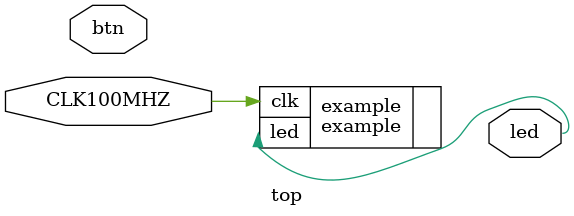
<source format=sv>
`timescale 1ns / 1ps
`default_nettype none

module top # (
    /* PARAMETERS */
) (
    input           CLK100MHZ   ,
    input           btn         ,
    output logic    led
);
    example example(
        .clk(CLK100MHZ),
        .led(led)
    );
endmodule
</source>
